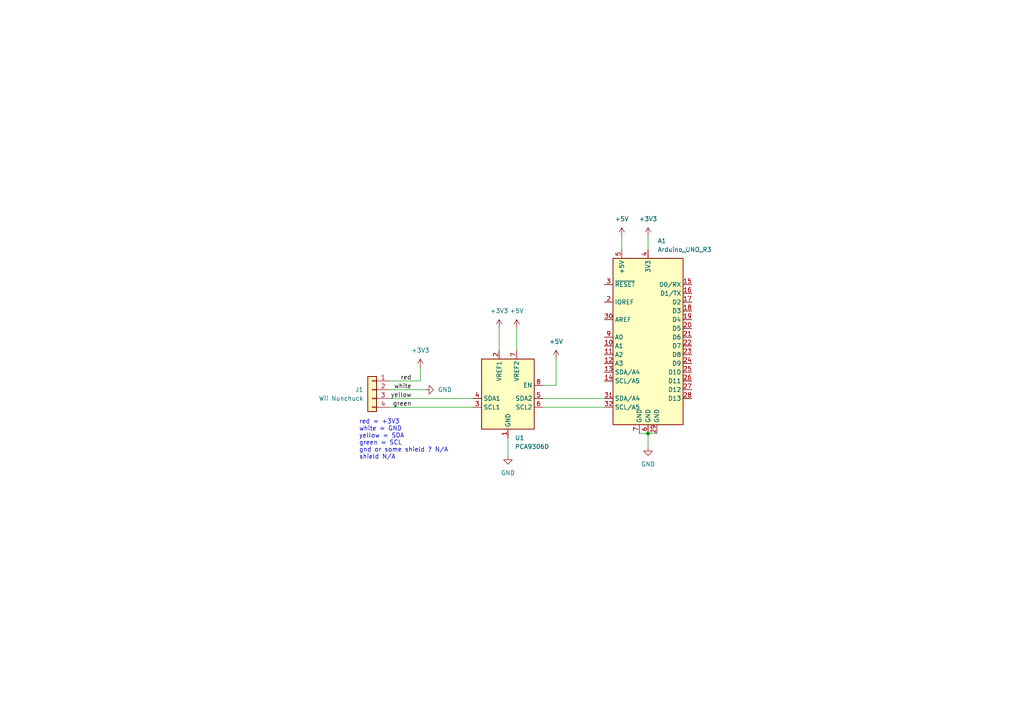
<source format=kicad_sch>
(kicad_sch (version 20211123) (generator eeschema)
  (paper "A4")
  (lib_symbols
    (symbol "Connector_Generic:Conn_01x04" (pin_names (offset 1.016) hide)
      (property "Reference" "J" (at 0 5.08 0))
      (property "Value" "Conn_01x04" (at 0 -7.62 0))
      (symbol "Conn_01x04_1_1"
        (rectangle (start -1.27 -4.953) (end 0 -5.207) (stroke (width 0.1524)))
        (rectangle (start -1.27 -2.413) (end 0 -2.667) (stroke (width 0.1524)))
        (rectangle (start -1.27 0.127) (end 0 -0.127) (stroke (width 0.1524)))
        (rectangle (start -1.27 2.667) (end 0 2.413) (stroke (width 0.1524)))
        (rectangle (start -1.27 3.81) (end 1.27 -6.35) (stroke (width 0.254)) (fill (type background)))
        (pin passive line (at -5.08 2.54 0) (length 3.81) (name "Pin_1") (number "1"))
        (pin passive line (at -5.08 0 0) (length 3.81) (name "Pin_2") (number "2"))
        (pin passive line (at -5.08 -2.54 0) (length 3.81) (name "Pin_3") (number "3"))
        (pin passive line (at -5.08 -5.08 0) (length 3.81) (name "Pin_4") (number "4"))
      )
    )
    (symbol "Interface:PCA9306D"
      (property "Reference" "U?" (at 2.0194 -12.7 0))
      (property "Value" "PCA9306D" (at 2.0194 -15.24 0))
      (symbol "PCA9306D_0_1"
        (rectangle (start -7.62 10.16) (end 7.62 -10.16) (stroke (width 0.254)) (fill (type background)))
      )
      (symbol "PCA9306D_1_1"
        (pin power_in line (at 0 -12.7 90) (length 2.54) (name "GND") (number "1"))
        (pin power_in line (at -2.54 12.7 270) (length 2.54) (name "VREF1") (number "2"))
        (pin bidirectional line (at -10.16 -3.81 0) (length 2.54) (name "SCL1") (number "3"))
        (pin bidirectional line (at -10.16 -1.27 0) (length 2.54) (name "SDA1") (number "4"))
        (pin bidirectional line (at 10.16 -1.27 180) (length 2.54) (name "SDA2") (number "5"))
        (pin bidirectional line (at 10.16 -3.81 180) (length 2.54) (name "SCL2") (number "6"))
        (pin power_in line (at 2.54 12.7 270) (length 2.54) (name "VREF2") (number "7"))
        (pin input line (at 10.16 2.54 180) (length 2.54) (name "EN") (number "8"))
      )
    )
    (symbol "MCU_Module:Arduino_UNO_R3"
      (property "Reference" "A?" (at 9.1187 27.94 0))
      (property "Value" "Arduino_UNO_R3" (at 9.1187 25.4 0))
      (symbol "Arduino_UNO_R3_0_1"
        (rectangle (start -10.16 22.86) (end 10.16 -25.4) (stroke (width 0.254)) (fill (type background)))
      )
      (symbol "Arduino_UNO_R3_1_1"
        (pin no_connect line (at -10.16 -20.32 0) (length 2.54) hide (name "NC") (number "1"))
        (pin bidirectional line (at 12.7 -2.54 180) (length 2.54) (name "A1") (number "10"))
        (pin bidirectional line (at 12.7 -5.08 180) (length 2.54) (name "A2") (number "11"))
        (pin bidirectional line (at 12.7 -7.62 180) (length 2.54) (name "A3") (number "12"))
        (pin bidirectional line (at 12.7 -10.16 180) (length 2.54) (name "SDA/A4") (number "13"))
        (pin bidirectional line (at 12.7 -12.7 180) (length 2.54) (name "SCL/A5") (number "14"))
        (pin bidirectional line (at -12.7 15.24 0) (length 2.54) (name "D0/RX") (number "15"))
        (pin bidirectional line (at -12.7 12.7 0) (length 2.54) (name "D1/TX") (number "16"))
        (pin bidirectional line (at -12.7 10.16 0) (length 2.54) (name "D2") (number "17"))
        (pin bidirectional line (at -12.7 7.62 0) (length 2.54) (name "D3") (number "18"))
        (pin bidirectional line (at -12.7 5.08 0) (length 2.54) (name "D4") (number "19"))
        (pin output line (at 12.7 10.16 180) (length 2.54) (name "IOREF") (number "2"))
        (pin bidirectional line (at -12.7 2.54 0) (length 2.54) (name "D5") (number "20"))
        (pin bidirectional line (at -12.7 0 0) (length 2.54) (name "D6") (number "21"))
        (pin bidirectional line (at -12.7 -2.54 0) (length 2.54) (name "D7") (number "22"))
        (pin bidirectional line (at -12.7 -5.08 0) (length 2.54) (name "D8") (number "23"))
        (pin bidirectional line (at -12.7 -7.62 0) (length 2.54) (name "D9") (number "24"))
        (pin bidirectional line (at -12.7 -10.16 0) (length 2.54) (name "D10") (number "25"))
        (pin bidirectional line (at -12.7 -12.7 0) (length 2.54) (name "D11") (number "26"))
        (pin bidirectional line (at -12.7 -15.24 0) (length 2.54) (name "D12") (number "27"))
        (pin bidirectional line (at -12.7 -17.78 0) (length 2.54) (name "D13") (number "28"))
        (pin power_in line (at -2.54 -27.94 90) (length 2.54) (name "GND") (number "29"))
        (pin input line (at 12.7 15.24 180) (length 2.54) (name "~{RESET}") (number "3"))
        (pin input line (at 12.7 5.08 180) (length 2.54) (name "AREF") (number "30"))
        (pin bidirectional line (at 12.7 -17.78 180) (length 2.54) (name "SDA/A4") (number "31"))
        (pin bidirectional line (at 12.7 -20.32 180) (length 2.54) (name "SCL/A5") (number "32"))
        (pin power_out line (at 0 25.4 270) (length 2.54) (name "3V3") (number "4"))
        (pin power_out line (at 7.62 25.4 270) (length 2.54) (name "+5V") (number "5"))
        (pin power_in line (at 0 -27.94 90) (length 2.54) (name "GND") (number "6"))
        (pin power_in line (at 2.54 -27.94 90) (length 2.54) (name "GND") (number "7"))
        (pin power_in line (at -6.35 25.4 270) (length 2.54) hide (name "VIN") (number "8"))
        (pin bidirectional line (at 12.7 0 180) (length 2.54) (name "A0") (number "9"))
      )
    )
    (symbol "power:+3V3" (power) (pin_names (offset 0))
      (property "Value" "+3V3" (at 0 3.556 0))
      (symbol "+3V3_0_1"
        (polyline (pts (xy -0.762 1.27) (xy 0 2.54)))
        (polyline (pts (xy 0 0) (xy 0 2.54)))
        (polyline (pts (xy 0 2.54) (xy 0.762 1.27)))
      )
      (symbol "+3V3_1_1"
        (pin power_in line (at 0 0 90) (length 0) hide (name "+3V3") (number "1"))
      )
    )
    (symbol "power:+5V" (power) (pin_names (offset 0))
      (property "Value" "+5V" (at 0 3.556 0))
      (symbol "+5V_0_1"
        (polyline (pts (xy -0.762 1.27) (xy 0 2.54)))
        (polyline (pts (xy 0 0) (xy 0 2.54)))
        (polyline (pts (xy 0 2.54) (xy 0.762 1.27)))
      )
      (symbol "+5V_1_1"
        (pin power_in line (at 0 0 90) (length 0) hide (name "+5V") (number "1"))
      )
    )
    (symbol "power:GND" (power) (pin_names (offset 0))
      (property "Value" "GND" (at 0 -3.81 0))
      (symbol "GND_0_1"
        (polyline (pts (xy 0 0) (xy 0 -1.27) (xy 1.27 -1.27) (xy 0 -2.54) (xy -1.27 -1.27) (xy 0 -1.27)))
      )
      (symbol "GND_1_1"
        (pin power_in line (at 0 0 270) (length 0) hide (name "GND") (number "1"))
      )
    )
  )
  (junction (at 187.96 125.73))
  (wire (pts (xy 157.48 115.57) (xy 175.26 115.57)))
  (wire (pts (xy 161.29 104.14) (xy 161.29 111.76)))
  (wire (pts (xy 113.03 118.11) (xy 137.16 118.11)))
  (wire (pts (xy 157.48 118.11) (xy 175.26 118.11)))
  (wire (pts (xy 187.96 125.73) (xy 190.5 125.73)))
  (wire (pts (xy 161.29 111.76) (xy 157.48 111.76)))
  (wire (pts (xy 149.86 95.25) (xy 149.86 101.6)))
  (wire (pts (xy 113.03 115.57) (xy 137.16 115.57)))
  (wire (pts (xy 113.03 110.49) (xy 121.92 110.49)))
  (wire (pts (xy 147.32 127) (xy 147.32 132.08)))
  (wire (pts (xy 180.34 68.58) (xy 180.34 72.39)))
  (wire (pts (xy 185.42 125.73) (xy 187.96 125.73)))
  (wire (pts (xy 113.03 113.03) (xy 123.19 113.03)))
  (wire (pts (xy 187.96 125.73) (xy 187.96 129.54)))
  (wire (pts (xy 187.96 68.58) (xy 187.96 72.39)))
  (wire (pts (xy 121.92 106.68) (xy 121.92 110.49)))
  (wire (pts (xy 144.78 95.25) (xy 144.78 101.6)))
  (text "red = +3V3\nwhite = GND\nyellow = SDA\ngreen = SCL\ngnd or some shield ? N/A\nshield N/A" (at 104.14 133.35 0) (effects (font (size 1.27 1.27)) (justify left bottom)))
  (label "white" (at 119.38 113.03 180))
  (label "yellow" (at 119.38 115.57 180))
  (label "red" (at 119.38 110.49 180))
  (label "green" (at 119.38 118.11 180))
  (symbol (lib_id "Connector_Generic:Conn_01x04") (at 107.95 113.03 0) (mirror y) (unit 1)
    (property "Reference" "J1" (at 105.41 113.0299 0) (effects (justify left)))
    (property "Value" "Wii Nunchuck" (at 105.41 115.5699 0) (effects (justify left)))
  )
  (symbol (lib_id "power:+5V") (at 180.34 68.58 0) (unit 1)
    (property "Reference" "#PWR07" (effects hide))
    (property "Value" "+5V" (at 180.34 63.5 0))
  )
  (symbol (lib_id "power:GND") (at 147.32 132.08 0) (unit 1)
    (property "Reference" "#PWR04" (effects hide))
    (property "Value" "GND" (at 147.32 137.16 0))
  )
  (symbol (lib_id "Interface:PCA9306D") (at 147.32 114.3 0) (unit 1)
    (property "Reference" "U1" (at 149.3394 127 0) (effects (justify left)))
    (property "Value" "PCA9306D" (at 149.3394 129.54 0) (effects (justify left)))
    (property "Footprint" "Package_SO:SO-8_3.9x4.9mm_P1.27mm" (effects hide))
    (property "Datasheet" "https://www.nxp.com/docs/en/data-sheet/PCA9306.pdf" (effects hide))
  )
  (symbol (lib_id "power:GND") (at 187.96 129.54 0) (unit 1)
    (property "Reference" "#PWR09" (effects hide))
    (property "Value" "GND" (at 187.96 134.62 0))
  )
  (symbol (lib_id "power:+3V3") (at 144.78 95.25 0) (unit 1)
    (property "Reference" "#PWR03" (effects hide))
    (property "Value" "+3V3" (at 144.78 90.17 0))
  )
  (symbol (lib_id "power:+5V") (at 149.86 95.25 0) (unit 1)
    (property "Reference" "#PWR05" (effects hide))
    (property "Value" "+5V" (at 149.86 90.17 0))
  )
  (symbol (lib_id "power:+5V") (at 161.29 104.14 0) (unit 1)
    (property "Reference" "#PWR06" (effects hide))
    (property "Value" "+5V" (at 161.29 99.06 0))
  )
  (symbol (lib_id "MCU_Module:Arduino_UNO_R3") (at 187.96 97.79 0) (mirror y) (unit 1)
    (property "Reference" "A1" (at 190.7287 69.85 0) (effects (justify right)))
    (property "Value" "Arduino_UNO_R3" (at 190.7287 72.39 0) (effects (justify right)))
    (property "Footprint" "Module:Arduino_UNO_R3" (effects hide))
    (property "Datasheet" "https://www.arduino.cc/en/Main/arduinoBoardUno" (effects hide))
  )
  (symbol (lib_id "power:+3V3") (at 121.92 106.68 0) (unit 1)
    (property "Reference" "#PWR01" (effects hide))
    (property "Value" "+3V3" (at 121.92 101.6 0))
  )
  (symbol (lib_id "power:+3V3") (at 187.96 68.58 0) (unit 1)
    (property "Reference" "#PWR08" (effects hide))
    (property "Value" "+3V3" (at 187.96 63.5 0))
  )
  (symbol (lib_id "power:GND") (at 123.19 113.03 90) (unit 1)
    (property "Reference" "#PWR02" (effects hide))
    (property "Value" "GND" (at 127 113.0299 90) (effects (justify right)))
  )
)
</source>
